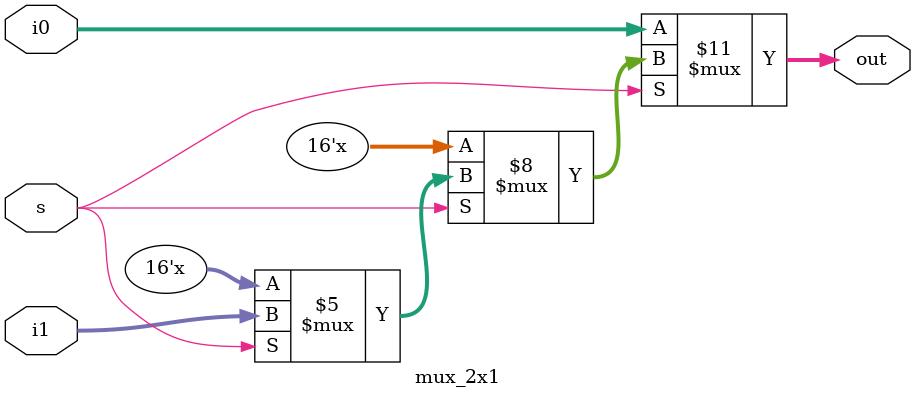
<source format=v>
module mux_2x1 #(parameter W=16) (i1,i0,s,out);
	input [W-1:0] i1,i0;		// inputs are W bit long
	input s;
	output reg [W-1:0] out;
	
	always@*					// is select, s, is zero then i0 is the output
	begin						// and if the select is one, then i1 is the output
		if (s==0) begin
			out=i0;
		end else if (s==1) begin
			out=i1;
		end
	end

endmodule
	
</source>
